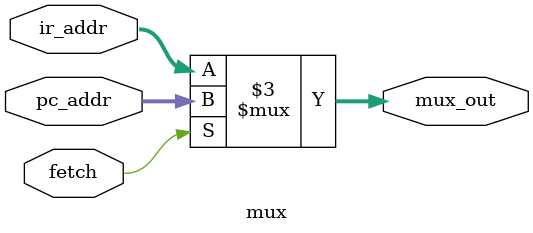
<source format=sv>
`timescale 1ns / 1ps



module mux (

    input  logic fetch,            // sel_a 
    input  logic [4:0]   ir_addr,  // in_a
    input  logic [4:0]   pc_addr,  // in_b
    output logic [4:0]   mux_out   // out
    
 );
    
always_comb begin: mux_block
    
    if(fetch)
        mux_out <= pc_addr; // 1
    
    else
        mux_out <= ir_addr; // 0
end   
   
     
endmodule

</source>
